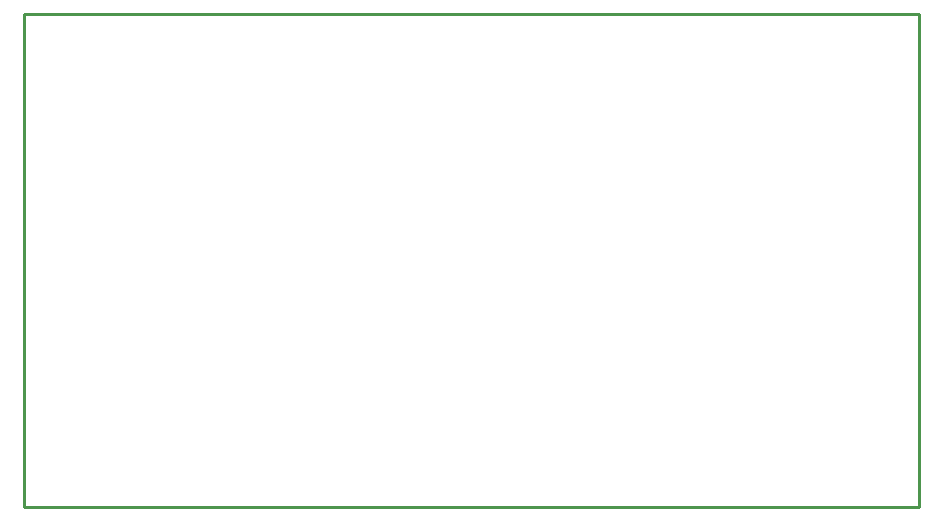
<source format=gko>
G04 Layer: BoardOutlineLayer*
G04 EasyEDA Pro v2.0.30.0bf95a9f.56a808, 2023-06-11 15:17:04*
G04 Gerber Generator version 0.3*
G04 Scale: 100 percent, Rotated: No, Reflected: No*
G04 Dimensions in millimeters*
G04 Leading zeros omitted, absolute positions, 3 integers and 3 decimals*
%FSLAX33Y33*%
%MOMM*%
%ADD10C,0.254*%
G75*


G04 Rect Start*
G54D10*
G01X889Y42418D02*
G01X889Y635D01*
G01X76708D01*
G01Y42418D01*
G01X889D01*
G04 Rect End*

M02*

</source>
